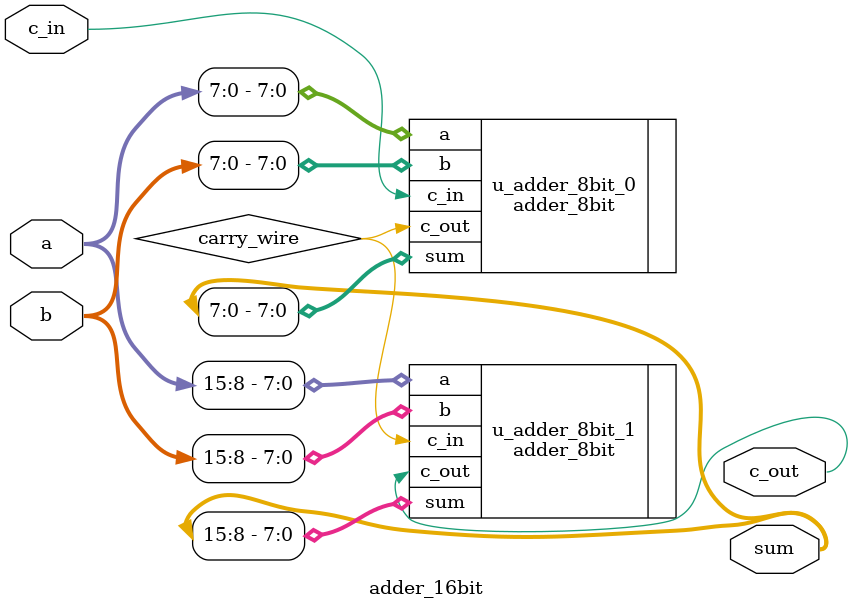
<source format=v>
module adder_16bit(
    a,
    b,
    sum,
    c_in,
    c_out
);

input [15:0] a;
input [15:0] b;
input c_in;

output [15:0] sum;
output c_out;

wire carry_wire;

adder_8bit u_adder_8bit_0(
    .a(a[7:0]),
    .b(b[7:0]),
    .sum(sum[7:0]),
    .c_in(c_in),
    .c_out(carry_wire)
);

adder_8bit u_adder_8bit_1(
    .a(a[15:8]),
    .b(b[15:8]),
    .sum(sum[15:8]),
    .c_in(carry_wire),
    .c_out(c_out)
);

endmodule
</source>
